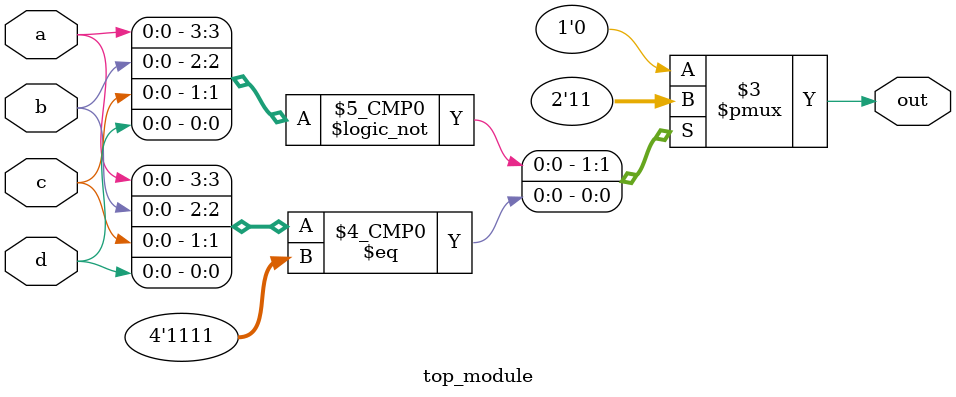
<source format=sv>
module top_module (
	input a, 
	input b,
	input c,
	input d,
	output reg out
);

	always @(*) begin
		case({a, b, c, d})
			4'b0000: out = 1'b1;
			4'b1111: out = 1'b1;
			default: out = 1'b0;
		endcase
	end

endmodule

</source>
